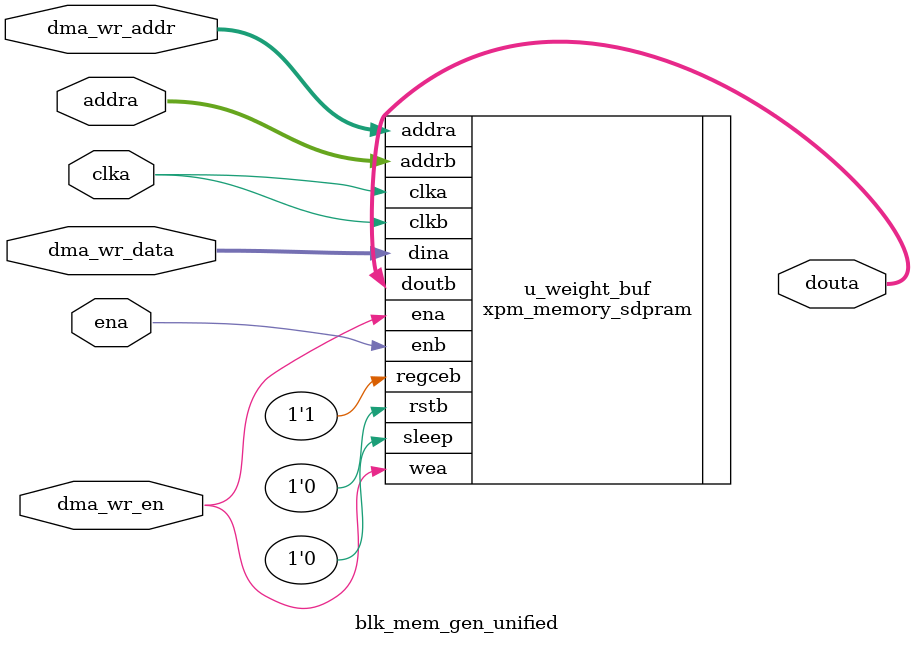
<source format=v>
`timescale 1ns / 1ps
module blk_mem_gen_unified #(
    parameter integer BUF_ADDR_W = 16, 
    parameter integer WIDTH      = 128, 
    parameter integer DEPTH      = 65536 
)(
    input  wire                   clka,
    
    // [ËµÃ÷] ¶Á¶Ë¿Ú¿ØÖÆ
    input  wire                   ena,   // ¶ÁÊ¹ÄÜ (À´×Ô PE£¬Ö»ÓÐ¶ÁµÄÊ±ºò²ÅÎª 1)
    input  wire [BUF_ADDR_W-1:0]  addra, // ¶ÁµØÖ·
    output wire [WIDTH-1:0]       douta, // ¶ÁÊý¾Ý

    // [ËµÃ÷] Ð´¶Ë¿Ú¿ØÖÆ
    input  wire                   dma_wr_en,   // Ð´Ê¹ÄÜ
    input  wire [BUF_ADDR_W-1:0]  dma_wr_addr, // Ð´µØÖ·
    input  wire [WIDTH-1:0]       dma_wr_data  // Ð´Êý¾Ý
);

    xpm_memory_sdpram #(
        .ADDR_WIDTH_A        (BUF_ADDR_W),
        .ADDR_WIDTH_B        (BUF_ADDR_W),
        .WRITE_DATA_WIDTH_A  (WIDTH),
        .READ_DATA_WIDTH_B   (WIDTH),
        .BYTE_WRITE_WIDTH_A  (WIDTH),    

        .MEMORY_SIZE         (WIDTH * DEPTH), 
        
        // [ÍÆ¼ö]: "ultra" Ê¹ÓÃ URAM (×ÊÔ´Õ¼ÓÃ 30%)
        // Èç¹ûÏëÈÃ¹¤¾ß×Ô¶¯¾ö¶¨£¬¿ÉÒÔ¸ÄÎª "auto"
        .MEMORY_PRIMITIVE    ("ultra"),       
        
        .READ_LATENCY_B      (2),
        .WRITE_MODE_B        ("read_first"),
        .USE_MEM_INIT        (0),
        .ECC_MODE            ("no_ecc")
    ) u_weight_buf (
        // ================== Port A (Write) ==================
        .clka   (clka),
        .ena    (dma_wr_en), 
        
        .wea    (dma_wr_en),
        .addra  (dma_wr_addr),
        .dina   (dma_wr_data),

        // ================== Port B (Read) ==================
        .clkb   (clka),
        .enb    (ena), 
        .addrb  (addra),
        .doutb  (douta),
        .rstb   (1'b0),
        .regceb (1'b1),
        .sleep  (1'b0)  
    );

endmodule
</source>
